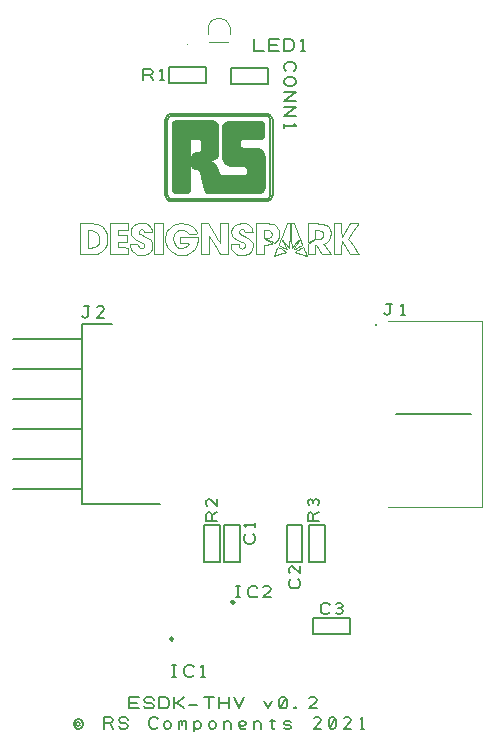
<source format=gbr>
G04 DesignSpark PCB PRO Gerber Version 10.0 Build 5299*
G04 #@! TF.Part,Single*
G04 #@! TF.FileFunction,Legend,Top*
G04 #@! TF.FilePolarity,Positive*
%FSLAX35Y35*%
%MOIN*%
%ADD71C,0.00300*%
%ADD19C,0.00394*%
%ADD16C,0.00500*%
%ADD17C,0.00787*%
%ADD20C,0.00800*%
%ADD70C,0.00984*%
G04 #@! TD.AperFunction*
X0Y0D02*
D02*
D16*
X24803Y34471D02*
Y34783D01*
X25116Y35721D01*
X25428Y36033D01*
X26053Y36346D01*
X26678D01*
X27303Y36033D01*
X27616Y35721D01*
X27928Y34783D01*
Y34471D01*
X27616Y33846D01*
X27303Y33533D01*
X26678Y33221D01*
X26053D01*
X25428Y33533D01*
X25116Y33846D01*
X24803Y34471D01*
X26991D02*
X26366Y34159D01*
X25741Y34471D01*
Y35096D01*
X26366Y35409D01*
X26991Y35096D01*
X34803Y33221D02*
Y36971D01*
X36991D01*
X37616Y36659D01*
X37928Y36033D01*
X37616Y35409D01*
X36991Y35096D01*
X34803D01*
X36991D02*
X37928Y33221D01*
X39803Y34159D02*
X40116Y33533D01*
X40741Y33221D01*
X41991D01*
X42616Y33533D01*
X42928Y34159D01*
X42616Y34783D01*
X41991Y35096D01*
X40741D01*
X40116Y35409D01*
X39803Y36033D01*
X40116Y36659D01*
X40741Y36971D01*
X41991D01*
X42616Y36659D01*
X42928Y36033D01*
X52928Y33846D02*
X52616Y33533D01*
X51991Y33221D01*
X51053D01*
X50428Y33533D01*
X50116Y33846D01*
X49803Y34471D01*
Y35721D01*
X50116Y36346D01*
X50428Y36659D01*
X51053Y36971D01*
X51991D01*
X52616Y36659D01*
X52928Y36346D01*
X54803Y34159D02*
X55116Y33533D01*
X55741Y33221D01*
X56366D01*
X56991Y33533D01*
X57303Y34159D01*
Y34783D01*
X56991Y35409D01*
X56366Y35721D01*
X55741D01*
X55116Y35409D01*
X54803Y34783D01*
Y34159D01*
X59803Y33221D02*
Y35721D01*
Y35409D02*
X60116Y35721D01*
X60741D01*
X61053Y35409D01*
Y34471D01*
Y35409D02*
X61366Y35721D01*
X61991D01*
X62303Y35409D01*
Y33221D01*
X64803Y35721D02*
Y32283D01*
Y34159D02*
X65116Y33533D01*
X65741Y33221D01*
X66366D01*
X66991Y33533D01*
X67303Y34159D01*
Y34783D01*
X66991Y35409D01*
X66366Y35721D01*
X65741D01*
X65116Y35409D01*
X64803Y34783D01*
Y34159D01*
X69803D02*
X70116Y33533D01*
X70741Y33221D01*
X71366D01*
X71991Y33533D01*
X72303Y34159D01*
Y34783D01*
X71991Y35409D01*
X71366Y35721D01*
X70741D01*
X70116Y35409D01*
X69803Y34783D01*
Y34159D01*
X74803Y33221D02*
Y35721D01*
Y34783D02*
X75116Y35409D01*
X75741Y35721D01*
X76366D01*
X76991Y35409D01*
X77303Y34783D01*
Y33221D01*
X82303Y33533D02*
X81991Y33221D01*
X81366D01*
X80741D01*
X80116Y33533D01*
X79803Y34159D01*
Y35096D01*
X80116Y35409D01*
X80741Y35721D01*
X81366D01*
X81991Y35409D01*
X82303Y35096D01*
Y34783D01*
X81991Y34471D01*
X81366Y34159D01*
X80741D01*
X80116Y34471D01*
X79803Y34783D01*
X84803Y33221D02*
Y35721D01*
Y34783D02*
X85116Y35409D01*
X85741Y35721D01*
X86366D01*
X86991Y35409D01*
X87303Y34783D01*
Y33221D01*
X90324Y35721D02*
X91782D01*
X91053Y36346D02*
Y33533D01*
X91366Y33221D01*
X91678D01*
X91991Y33533D01*
X94803D02*
X95428Y33221D01*
X96678D01*
X97303Y33533D01*
Y34159D01*
X96678Y34471D01*
X95428D01*
X94803Y34783D01*
Y35409D01*
X95428Y35721D01*
X96678D01*
X97303Y35409D01*
X107303Y33221D02*
X104803D01*
X106991Y35409D01*
X107303Y36033D01*
X106991Y36659D01*
X106366Y36971D01*
X105428D01*
X104803Y36659D01*
X110116Y33533D02*
X110741Y33221D01*
X111366D01*
X111991Y33533D01*
X112303Y34159D01*
Y36033D01*
X111991Y36659D01*
X111366Y36971D01*
X110741D01*
X110116Y36659D01*
X109803Y36033D01*
Y34159D01*
X110116Y33533D01*
X111991Y36659D01*
X117303Y33221D02*
X114803D01*
X116991Y35409D01*
X117303Y36033D01*
X116991Y36659D01*
X116366Y36971D01*
X115428D01*
X114803Y36659D01*
X120428Y33221D02*
X121678D01*
X121053D02*
Y36971D01*
X120428Y36346D01*
X27559Y170854D02*
X27872Y170541D01*
X28496Y170229D01*
X29122Y170541D01*
X29434Y170854D01*
Y173979D01*
X30059D01*
X29434D02*
X28184D01*
X35059Y170229D02*
X32559D01*
X34746Y172417D01*
X35059Y173041D01*
X34746Y173667D01*
X34122Y173979D01*
X33184D01*
X32559Y173667D01*
X43307Y39914D02*
Y43664D01*
X46432D01*
X45807Y41789D02*
X43307D01*
Y39914D02*
X46432D01*
X48307Y40852D02*
X48620Y40226D01*
X49244Y39914D01*
X50494D01*
X51120Y40226D01*
X51432Y40852D01*
X51120Y41476D01*
X50494Y41789D01*
X49244D01*
X48620Y42102D01*
X48307Y42726D01*
X48620Y43352D01*
X49244Y43664D01*
X50494D01*
X51120Y43352D01*
X51432Y42726D01*
X53307Y39914D02*
Y43664D01*
X55182D01*
X55807Y43352D01*
X56120Y43039D01*
X56432Y42414D01*
Y41164D01*
X56120Y40539D01*
X55807Y40226D01*
X55182Y39914D01*
X53307D01*
X58307D02*
Y43664D01*
Y41789D02*
X59244D01*
X61432Y43664D01*
X59244Y41789D02*
X61432Y39914D01*
X63307Y41164D02*
X65807D01*
X69870Y39914D02*
Y43664D01*
X68307D02*
X71432D01*
X73307Y39914D02*
Y43664D01*
Y41789D02*
X76432D01*
Y39914D02*
Y43664D01*
X78307D02*
X79870Y39914D01*
X81432Y43664D01*
X88307Y42414D02*
X89557Y39914D01*
X90807Y42414D01*
X93620Y40226D02*
X94244Y39914D01*
X94870D01*
X95494Y40226D01*
X95807Y40852D01*
Y42726D01*
X95494Y43352D01*
X94870Y43664D01*
X94244D01*
X93620Y43352D01*
X93307Y42726D01*
Y40852D01*
X93620Y40226D01*
X95494Y43352D01*
X98620Y39914D02*
X98932Y40226D01*
X98620Y40539D01*
X98307Y40226D01*
X98620Y39914D01*
X105807D02*
X103307D01*
X105494Y42102D01*
X105807Y42726D01*
X105494Y43352D01*
X104870Y43664D01*
X103932D01*
X103307Y43352D01*
X48031Y249363D02*
Y253113D01*
X50219D01*
X50844Y252800D01*
X51157Y252175D01*
X50844Y251550D01*
X50219Y251238D01*
X48031D01*
X50219D02*
X51157Y249363D01*
X53657D02*
X54907D01*
X54281D02*
Y253113D01*
X53657Y252488D01*
X56448Y248531D02*
Y253831D01*
X68748D01*
Y248531D01*
X56448D01*
X57630Y50544D02*
X58880D01*
X58256D02*
Y54294D01*
X57630D02*
X58880D01*
X64818Y51169D02*
X64506Y50856D01*
X63880Y50544D01*
X62943D01*
X62318Y50856D01*
X62006Y51169D01*
X61693Y51794D01*
Y53044D01*
X62006Y53669D01*
X62318Y53981D01*
X62943Y54294D01*
X63880D01*
X64506Y53981D01*
X64818Y53669D01*
X67318Y50544D02*
X68568D01*
X67943D02*
Y54294D01*
X67318Y53669D01*
X57893Y212719D02*
Y234408D01*
X57968Y234951D01*
X58197Y235344D01*
X58588Y235582D01*
X59148Y235663D01*
X70836D01*
X71781Y235480D01*
X72483Y234991D01*
X72921Y234289D01*
X73072Y233467D01*
Y224877D01*
X72920Y224060D01*
X72503Y223401D01*
X71880Y222941D01*
X71111Y222720D01*
X70444Y222573D01*
X70294Y222411D01*
X70248Y222131D01*
X70290Y221913D01*
X70439Y221769D01*
X71189Y221582D01*
X71583Y221485D01*
X71924Y221274D01*
X72366Y220641D01*
X73228Y218327D01*
X73567Y217714D01*
X73929Y217506D01*
X74523Y217425D01*
X81582D01*
X82155Y217504D01*
X82573Y217729D01*
X82829Y218087D01*
X82916Y218563D01*
Y219425D01*
X82852Y219869D01*
X82641Y220234D01*
X82254Y220490D01*
X81661Y220602D01*
X77386Y220798D01*
X76283Y221083D01*
X75386Y221666D01*
X74783Y222491D01*
X74562Y223504D01*
Y233074D01*
X74724Y234126D01*
X75185Y234873D01*
X75902Y235319D01*
X76837Y235467D01*
X86877D01*
X87476Y235387D01*
X87877Y235153D01*
X88102Y234772D01*
X88172Y234251D01*
Y231035D01*
X88095Y230469D01*
X87853Y230064D01*
X87427Y229821D01*
X86799Y229740D01*
X81347D01*
X80816Y229652D01*
X80450Y229417D01*
X80239Y229078D01*
X80170Y228681D01*
Y227583D01*
X80265Y227181D01*
X80543Y226867D01*
X80998Y226657D01*
X81622Y226563D01*
X86132Y226289D01*
X87091Y226021D01*
X87863Y225411D01*
X88377Y224574D01*
X88564Y223622D01*
Y213778D01*
X88508Y213272D01*
X88351Y212841D01*
X87804Y212194D01*
X87058Y211820D01*
X86250Y211699D01*
X70091D01*
X69531Y211738D01*
X69086Y211895D01*
X68751Y212228D01*
X68522Y212797D01*
X67110Y218563D01*
X66954Y219032D01*
X66713Y219376D01*
X66288Y219588D01*
X65581Y219661D01*
X65093Y219728D01*
X64708Y219935D01*
X64456Y220289D01*
X64365Y220798D01*
Y223818D01*
X64440Y224327D01*
X64674Y224681D01*
X65076Y224888D01*
X65659Y224956D01*
X66443D01*
X66923Y225064D01*
X67252Y225352D01*
X67442Y225766D01*
X67502Y226250D01*
Y228720D01*
X67417Y229190D01*
X67174Y229534D01*
X66791Y229746D01*
X66287Y229819D01*
X63620D01*
Y212836D01*
X63501Y212294D01*
X63198Y211944D01*
X62792Y211756D01*
X62365Y211699D01*
X59109D01*
X58572Y211770D01*
X58193Y211974D01*
X57967Y212294D01*
X57893Y212719D01*
G36*
X57893Y212719D02*
Y234408D01*
X57968Y234951D01*
X58197Y235344D01*
X58588Y235582D01*
X59148Y235663D01*
X70836D01*
X71781Y235480D01*
X72483Y234991D01*
X72921Y234289D01*
X73072Y233467D01*
Y224877D01*
X72920Y224060D01*
X72503Y223401D01*
X71880Y222941D01*
X71111Y222720D01*
X70444Y222573D01*
X70294Y222411D01*
X70248Y222131D01*
X70290Y221913D01*
X70439Y221769D01*
X71189Y221582D01*
X71583Y221485D01*
X71924Y221274D01*
X72366Y220641D01*
X73228Y218327D01*
X73567Y217714D01*
X73929Y217506D01*
X74523Y217425D01*
X81582D01*
X82155Y217504D01*
X82573Y217729D01*
X82829Y218087D01*
X82916Y218563D01*
Y219425D01*
X82852Y219869D01*
X82641Y220234D01*
X82254Y220490D01*
X81661Y220602D01*
X77386Y220798D01*
X76283Y221083D01*
X75386Y221666D01*
X74783Y222491D01*
X74562Y223504D01*
Y233074D01*
X74724Y234126D01*
X75185Y234873D01*
X75902Y235319D01*
X76837Y235467D01*
X86877D01*
X87476Y235387D01*
X87877Y235153D01*
X88102Y234772D01*
X88172Y234251D01*
Y231035D01*
X88095Y230469D01*
X87853Y230064D01*
X87427Y229821D01*
X86799Y229740D01*
X81347D01*
X80816Y229652D01*
X80450Y229417D01*
X80239Y229078D01*
X80170Y228681D01*
Y227583D01*
X80265Y227181D01*
X80543Y226867D01*
X80998Y226657D01*
X81622Y226563D01*
X86132Y226289D01*
X87091Y226021D01*
X87863Y225411D01*
X88377Y224574D01*
X88564Y223622D01*
Y213778D01*
X88508Y213272D01*
X88351Y212841D01*
X87804Y212194D01*
X87058Y211820D01*
X86250Y211699D01*
X70091D01*
X69531Y211738D01*
X69086Y211895D01*
X68751Y212228D01*
X68522Y212797D01*
X67110Y218563D01*
X66954Y219032D01*
X66713Y219376D01*
X66288Y219588D01*
X65581Y219661D01*
X65093Y219728D01*
X64708Y219935D01*
X64456Y220289D01*
X64365Y220798D01*
Y223818D01*
X64440Y224327D01*
X64674Y224681D01*
X65076Y224888D01*
X65659Y224956D01*
X66443D01*
X66923Y225064D01*
X67252Y225352D01*
X67442Y225766D01*
X67502Y226250D01*
Y228720D01*
X67417Y229190D01*
X67174Y229534D01*
X66791Y229746D01*
X66287Y229819D01*
X63620D01*
Y212836D01*
X63501Y212294D01*
X63198Y211944D01*
X62792Y211756D01*
X62365Y211699D01*
X59109D01*
X58572Y211770D01*
X58193Y211974D01*
X57967Y212294D01*
X57893Y212719D01*
G37*
X73516Y88732D02*
X68216D01*
Y101032D01*
X73516D01*
Y88732D01*
X72685Y102362D02*
X68935D01*
Y104550D01*
X69247Y105175D01*
X69872Y105487D01*
X70497Y105175D01*
X70809Y104550D01*
Y102362D01*
Y104550D02*
X72685Y105487D01*
Y109862D02*
Y107362D01*
X70497Y109550D01*
X69872Y109862D01*
X69247Y109550D01*
X68935Y108925D01*
Y107987D01*
X69247Y107362D01*
X78890Y76922D02*
X80140D01*
X79515D02*
Y80672D01*
X78890D02*
X80140D01*
X86078Y77547D02*
X85765Y77234D01*
X85140Y76922D01*
X84203D01*
X83578Y77234D01*
X83265Y77547D01*
X82953Y78172D01*
Y79422D01*
X83265Y80047D01*
X83578Y80359D01*
X84203Y80672D01*
X85140D01*
X85765Y80359D01*
X86078Y80047D01*
X90453Y76922D02*
X87953D01*
X90140Y79109D01*
X90453Y79734D01*
X90140Y80359D01*
X89515Y80672D01*
X88578D01*
X87953Y80359D01*
X80209Y88732D02*
X74909D01*
Y101032D01*
X80209D01*
Y88732D01*
X85039Y262955D02*
Y259205D01*
X88165D01*
X90039D02*
Y262955D01*
X93165D01*
X92539Y261080D02*
X90039D01*
Y259205D02*
X93165D01*
X95039D02*
Y262955D01*
X96915D01*
X97539Y262643D01*
X97852Y262330D01*
X98165Y261705D01*
Y260455D01*
X97852Y259830D01*
X97539Y259518D01*
X96915Y259205D01*
X95039D01*
X100665D02*
X101915D01*
X101289D02*
Y262955D01*
X100665Y262330D01*
X84658Y98007D02*
X84970Y97694D01*
X85283Y97069D01*
Y96132D01*
X84970Y95507D01*
X84658Y95194D01*
X84033Y94882D01*
X82783D01*
X82158Y95194D01*
X81845Y95507D01*
X81533Y96132D01*
Y97069D01*
X81845Y97694D01*
X82158Y98007D01*
X85283Y100507D02*
Y101757D01*
Y101132D02*
X81533D01*
X82158Y100507D01*
X89615Y253437D02*
Y248137D01*
X77315D01*
Y253437D01*
X89615D01*
X95677Y252312D02*
X95365Y252625D01*
X95052Y253250D01*
Y254187D01*
X95365Y254812D01*
X95677Y255125D01*
X96302Y255437D01*
X97552D01*
X98177Y255125D01*
X98490Y254812D01*
X98802Y254187D01*
Y253250D01*
X98490Y252625D01*
X98177Y252312D01*
X96302Y250437D02*
X97552D01*
X98177Y250125D01*
X98490Y249812D01*
X98802Y249187D01*
Y248562D01*
X98490Y247937D01*
X98177Y247625D01*
X97552Y247312D01*
X96302D01*
X95677Y247625D01*
X95365Y247937D01*
X95052Y248562D01*
Y249187D01*
X95365Y249812D01*
X95677Y250125D01*
X96302Y250437D01*
X95052Y245437D02*
X98802D01*
X95052Y242312D01*
X98802D01*
X95052Y240437D02*
X98802D01*
X95052Y237312D01*
X98802D01*
X95052Y234812D02*
Y233562D01*
Y234187D02*
X98802D01*
X98177Y234812D01*
X101075Y88732D02*
X95775D01*
Y101032D01*
X101075D01*
Y88732D01*
X99619Y83046D02*
X99931Y82734D01*
X100244Y82109D01*
Y81171D01*
X99931Y80546D01*
X99619Y80234D01*
X98994Y79921D01*
X97744D01*
X97119Y80234D01*
X96806Y80546D01*
X96494Y81171D01*
Y82109D01*
X96806Y82734D01*
X97119Y83046D01*
X100244Y87421D02*
Y84921D01*
X98056Y87109D01*
X97431Y87421D01*
X96806Y87109D01*
X96494Y86484D01*
Y85546D01*
X96806Y84921D01*
X103256Y101032D02*
X108556D01*
Y88732D01*
X103256D01*
Y101032D01*
X104480Y64673D02*
Y69973D01*
X116780D01*
Y64673D01*
X104480D01*
X110212Y72035D02*
X109899Y71722D01*
X109274Y71410D01*
X108337D01*
X107712Y71722D01*
X107399Y72035D01*
X107087Y72660D01*
Y73910D01*
X107399Y74535D01*
X107712Y74848D01*
X108337Y75160D01*
X109274D01*
X109899Y74848D01*
X110212Y74535D01*
X112399Y71722D02*
X113024Y71410D01*
X113649D01*
X114274Y71722D01*
X114587Y72348D01*
X114274Y72972D01*
X113649Y73285D01*
X113024D01*
X113649D02*
X114274Y73598D01*
X114587Y74222D01*
X114274Y74848D01*
X113649Y75160D01*
X113024D01*
X112399Y74848D01*
X106543Y102362D02*
X102793D01*
Y104550D01*
X103105Y105175D01*
X103730Y105487D01*
X104355Y105175D01*
X104668Y104550D01*
Y102362D01*
Y104550D02*
X106543Y105487D01*
X106230Y107675D02*
X106543Y108300D01*
Y108925D01*
X106230Y109550D01*
X105605Y109862D01*
X104980Y109550D01*
X104668Y108925D01*
Y108300D01*
Y108925D02*
X104355Y109550D01*
X103730Y109862D01*
X103105Y109550D01*
X102793Y108925D01*
Y108300D01*
X103105Y107675D01*
X128346Y171641D02*
X128659Y171329D01*
X129284Y171016D01*
X129909Y171329D01*
X130222Y171641D01*
Y174766D01*
X130846D01*
X130222D02*
X128972D01*
X133972Y171016D02*
X135222D01*
X134596D02*
Y174766D01*
X133972Y174141D01*
X132283Y138189D02*
X157087D01*
D02*
D17*
X27559Y113189D02*
X4567D01*
X27559Y123189D02*
X4567D01*
X27559Y133189D02*
X4567D01*
X27559Y143189D02*
X4567D01*
X27559Y153189D02*
X4567D01*
X27559Y163189D02*
X4567D01*
X53543Y108189D02*
X27559D01*
Y168189D01*
X37559D01*
X125591Y167913D02*
G75*
G02*
Y167520I0J-197D01*
G01*
Y167913D02*
G75*
G02*
Y167520I0J-197D01*
G01*
G75*
G02*
Y167913I0J197D01*
G01*
D02*
D19*
X62791Y261220D02*
G75*
G02*
X62610I-91J0D01*
G01*
X62791D02*
G75*
G02*
X62610I-91J0D01*
G01*
G75*
G02*
X62791I91J0D01*
G01*
X69488Y264665D02*
X69685Y267126D01*
X70079Y262205D02*
X76378D01*
X76772Y267126D02*
X76969Y264665D01*
X76772Y267128D02*
G75*
G03*
X69685Y267127I-3543J-644D01*
G01*
X129429Y169193D02*
X160965D01*
Y107185D01*
X129429D01*
D02*
D70*
X57480Y63484D02*
G75*
G02*
Y62500I0J-492D01*
G01*
Y63484D02*
G75*
G02*
Y62500I0J-492D01*
G01*
G75*
G02*
Y63484I0J492D01*
G01*
X78346Y75295D02*
G75*
G02*
X77362I-492J0D01*
G01*
X78346D02*
G75*
G02*
X77362I-492J0D01*
G01*
G75*
G02*
X78346I492J0D01*
G01*
D02*
D71*
X26990Y191250D02*
Y201676D01*
X29643Y201633D01*
X30000Y201628D01*
X31071Y201604D01*
X31956Y201561D01*
X32502Y201486D01*
X32813Y201400D01*
X32914Y201362D01*
X33267Y201232D01*
X34248Y200623D01*
X35216Y199537D01*
X35806Y198125D01*
X36006Y196837D01*
Y195986D01*
X35824Y194723D01*
X35276Y193367D01*
X34348Y192325D01*
X33379Y191718D01*
X33031Y191580D01*
X32930Y191540D01*
X32617Y191442D01*
X32087Y191362D01*
X31194Y191319D01*
X30071Y191295D01*
X29698Y191290D01*
X26990Y191250D01*
X31638Y193685D02*
X31820Y193735D01*
X32337Y193997D01*
X32844Y194504D01*
X33166Y195216D01*
X33298Y195911D01*
X33311Y196144D01*
X33330Y196498D01*
X33195Y197568D01*
X32667Y198570D01*
X31711Y199165D01*
X30669Y199360D01*
X29724D01*
Y193564D01*
X30463Y193565D01*
X30626D01*
X31113Y193601D01*
X31577Y193669D01*
X31638Y193685D01*
X37052Y191268D02*
Y201657D01*
X42847D01*
Y199366D01*
X41235Y199335D01*
X39622Y199305D01*
X39590Y198513D01*
X39557Y197719D01*
X42739D01*
Y195313D01*
X39558D01*
X39590Y194466D01*
X39622Y193619D01*
X41235Y193588D01*
X42847Y193557D01*
Y191268D01*
X37052D01*
X46100Y191161D02*
X45837Y191227D01*
X45094Y191596D01*
X44308Y192298D01*
X43796Y193204D01*
X43613Y193981D01*
Y194657D01*
X45102D01*
X45655Y194653D01*
X46052Y194624D01*
X46227Y194551D01*
X46282Y194448D01*
X46293Y194412D01*
X46337Y194257D01*
X46560Y193724D01*
X46846Y193425D01*
X46922Y193385D01*
X46996Y193347D01*
X47251Y193284D01*
X47566Y193306D01*
X47850Y193429D01*
X48085Y193633D01*
X48250Y193897D01*
X48330Y194199D01*
X48306Y194518D01*
X48207Y194763D01*
X48159Y194833D01*
X48137Y194863D01*
X47996Y194965D01*
X47668Y195157D01*
X47224Y195386D01*
X46840Y195567D01*
X46710Y195623D01*
X46354Y195779D01*
X45319Y196322D01*
X44424Y197018D01*
X43945Y197794D01*
X43804Y198502D01*
Y198957D01*
X43917Y199616D01*
X44263Y200357D01*
X44850Y200974D01*
X45469Y201379D01*
X45691Y201483D01*
X45792Y201531D01*
X46103Y201665D01*
X46455Y201766D01*
X46863Y201811D01*
X47297Y201819D01*
X47580D01*
X47998Y201809D01*
X48401Y201768D01*
X48733Y201683D01*
X48997Y201578D01*
X49082Y201537D01*
X49267Y201451D01*
X49788Y201110D01*
X50329Y200568D01*
X50698Y199915D01*
X50869Y199350D01*
X50895Y199157D01*
X50969Y198594D01*
X48333D01*
X48207Y198978D01*
X48169Y199089D01*
X47895Y199445D01*
X47450Y199579D01*
X47187D01*
X46840Y199430D01*
X46534Y199071D01*
X46448Y198630D01*
X46571Y198307D01*
X46648Y198237D01*
X46674Y198214D01*
X46833Y198118D01*
X47195Y197918D01*
X47683Y197666D01*
X48103Y197459D01*
X48244Y197390D01*
X48592Y197223D01*
X49609Y196654D01*
X50450Y195955D01*
X50876Y195168D01*
X50992Y194416D01*
Y194165D01*
X50991Y193928D01*
X50882Y193217D01*
X50552Y192439D01*
X49992Y191819D01*
X49406Y191436D01*
X49196Y191342D01*
X49055Y191280D01*
X48572Y191183D01*
X47699Y191090D01*
X46801Y191078D01*
X46268Y191118D01*
X46100Y191161D01*
X51706Y191268D02*
Y201657D01*
X54441D01*
Y191268D01*
X51706D01*
X59263Y191222D02*
X58990Y191295D01*
X58203Y191636D01*
X57260Y192266D01*
X56462Y193091D01*
X55965Y193822D01*
X55836Y194083D01*
X55769Y194219D01*
X55578Y194629D01*
X55434Y195046D01*
X55365Y195502D01*
X55337Y195997D01*
X55332Y196161D01*
X55322Y196400D01*
X55343Y197118D01*
X55461Y197931D01*
X55702Y198652D01*
X55970Y199173D01*
X56076Y199335D01*
X56414Y199856D01*
X57931Y201095D01*
X60296Y201829D01*
X62773Y201503D01*
X64522Y200542D01*
X64965Y200085D01*
X65057Y199990D01*
X65300Y199667D01*
X65648Y199124D01*
X65921Y198608D01*
X66032Y198355D01*
Y198249D01*
X65647Y198187D01*
X64833Y198157D01*
X63091D01*
X62803Y198534D01*
X62680Y198694D01*
X62178Y199071D01*
X61357Y199391D01*
X60467Y199465D01*
X59825Y199352D01*
X59635Y199265D01*
X59504Y199206D01*
X59144Y198956D01*
X58697Y198515D01*
X58333Y197992D01*
X58138Y197580D01*
X58096Y197435D01*
X58030Y197209D01*
X57967Y196487D01*
X58095Y195532D01*
X58452Y194670D01*
X58848Y194137D01*
X59013Y194000D01*
X59213Y193834D01*
X59951Y193501D01*
X60994Y193387D01*
X62005Y193647D01*
X62676Y194080D01*
X62844Y194272D01*
X62927Y194367D01*
X63154Y194671D01*
X63124Y194885D01*
X62656Y194970D01*
X61906Y194985D01*
X60128D01*
Y197172D01*
X66360D01*
Y196071D01*
X66067Y194719D01*
X65245Y193157D01*
X63982Y191951D01*
X62788Y191326D01*
X62365Y191216D01*
X62191Y191171D01*
X61654Y191100D01*
X60809Y191063D01*
X59966Y191103D01*
X59434Y191176D01*
X59263Y191222D01*
X67345Y191268D02*
Y201663D01*
X68514Y201632D01*
X69683Y201602D01*
X71626Y198443D01*
X71816Y198136D01*
X72385Y197213D01*
X73019Y196194D01*
X73459Y195494D01*
X73630Y195228D01*
X73641Y195218D01*
X73662Y195449D01*
X73667Y196126D01*
X73657Y197146D01*
X73639Y198089D01*
X73632Y198403D01*
X73552Y201657D01*
X76094D01*
Y191260D01*
X73742Y191322D01*
X71828Y194378D01*
X69914Y197434D01*
X69857Y191268D01*
X67345D01*
X79856Y191154D02*
X79574Y191215D01*
X78765Y191569D01*
X77922Y192261D01*
X77380Y193172D01*
X77187Y193973D01*
Y194657D01*
X79785D01*
X79853Y194230D01*
X79868Y194135D01*
X79987Y193857D01*
X80235Y193540D01*
X80557Y193319D01*
X80819Y193236D01*
X80985D01*
X81224Y193318D01*
X81505Y193480D01*
X81554Y193519D01*
X81620Y193576D01*
X81822Y193832D01*
X81890Y194134D01*
Y194332D01*
X81828Y194622D01*
X81593Y194940D01*
X81109Y195256D01*
X80507Y195545D01*
X80304Y195633D01*
X79984Y195772D01*
X79054Y196246D01*
X78205Y196837D01*
X77680Y197481D01*
X77442Y198050D01*
X77400Y198246D01*
X77363Y198422D01*
X77343Y198969D01*
X77485Y199657D01*
X77820Y200298D01*
X78198Y200748D01*
X78343Y200875D01*
X78602Y201103D01*
X79566Y201572D01*
X80982Y201809D01*
X82371Y201582D01*
X83282Y201120D01*
X83516Y200892D01*
X83658Y200754D01*
X84130Y200104D01*
X84356Y199366D01*
X84375Y199183D01*
X84436Y198594D01*
X81939D01*
X81723Y199059D01*
X81682Y199145D01*
X81478Y199442D01*
X81228Y199600D01*
X81165Y199617D01*
X81047Y199650D01*
X80657Y199615D01*
X80231Y199377D01*
X79976Y198984D01*
X79944Y198624D01*
X79980Y198519D01*
X79997Y198469D01*
X80098Y198331D01*
X80373Y198115D01*
X80883Y197819D01*
X81501Y197496D01*
X81708Y197391D01*
X82081Y197204D01*
X83167Y196567D01*
X84039Y195809D01*
X84439Y194966D01*
X84506Y194159D01*
X84488Y193892D01*
X84481Y193787D01*
X84388Y193253D01*
X84241Y192795D01*
X84207Y192728D01*
X84148Y192613D01*
X83916Y192296D01*
X83515Y191893D01*
X83050Y191555D01*
X82687Y191364D01*
X82560Y191319D01*
X82420Y191270D01*
X81974Y191185D01*
X81221Y191107D01*
X80462Y191094D01*
X80004Y191124D01*
X79856Y191154D01*
X85609Y191268D02*
Y201681D01*
X88152Y201632D01*
X88495Y201626D01*
X89528Y201599D01*
X90377Y201552D01*
X90901Y201473D01*
X91207Y201383D01*
X91306Y201344D01*
X91494Y201272D01*
X92311Y200704D01*
X92939Y199886D01*
X93033Y199688D01*
X93073Y199603D01*
X93179Y199343D01*
X93266Y199018D01*
X93306Y198631D01*
X93316Y198234D01*
Y198102D01*
X93315Y197971D01*
X93303Y197577D01*
X93261Y197187D01*
X93174Y196857D01*
X93069Y196594D01*
X93030Y196509D01*
X92973Y196389D01*
X92759Y196047D01*
X92406Y195588D01*
X92061Y195236D01*
X91876Y195095D01*
X91771D01*
X91643Y195163D01*
X91254Y195344D01*
X90704Y195614D01*
X90215Y195860D01*
X90054Y195942D01*
X88397Y196790D01*
X89312Y196849D01*
X89440Y196857D01*
X89825Y196892D01*
X90139Y196952D01*
X90346Y197066D01*
X90497Y197210D01*
X90543Y197261D01*
X90603Y197330D01*
X90791Y197639D01*
X90857Y197977D01*
Y198235D01*
X90745Y198671D01*
X90394Y199064D01*
X89776Y199288D01*
X89090Y199360D01*
X88861D01*
X88124Y199361D01*
Y196787D01*
X89703Y195804D01*
X89854Y195711D01*
X90309Y195425D01*
X90739Y195139D01*
X90991Y194932D01*
X91061Y194789D01*
X90945Y194697D01*
X90642Y194639D01*
X90148Y194604D01*
X89633Y194581D01*
X89463Y194574D01*
X88124Y194522D01*
Y191268D01*
X85609D01*
X91767Y191185D02*
X91787Y191235D01*
X91994Y191742D01*
X92276Y192437D01*
X92333Y192579D01*
X92391Y192722D01*
X92654Y193341D01*
X92822Y193698D01*
X92833Y193710D01*
X92843Y193723D01*
X92972Y193677D01*
X93295Y193519D01*
X93753Y193261D01*
X94162Y193014D01*
X94298Y192928D01*
X95683Y192054D01*
X95320Y191941D01*
X95201Y191903D01*
X94844Y191792D01*
X94285Y191619D01*
X93685Y191434D01*
X93091Y191254D01*
X92547Y191089D01*
X92098Y190955D01*
X91791Y190864D01*
X91698Y190830D01*
X91668D01*
X91677Y190934D01*
X91746Y191137D01*
X91767Y191185D01*
X94548Y193625D02*
X94412Y193694D01*
X94007Y193911D01*
X93563Y194165D01*
X93264Y194361D01*
X93154Y194444D01*
Y194554D01*
X93265Y194800D01*
X93569Y195596D01*
X94019Y196738D01*
X94429Y197765D01*
X94568Y198106D01*
X95982Y201602D01*
X96440Y201636D01*
X96897Y201670D01*
X96818Y197918D01*
X96809Y197546D01*
X96781Y196429D01*
X96741Y195148D01*
X96702Y194212D01*
X96678Y193813D01*
X96669Y193756D01*
X96599Y193347D01*
X95507Y194722D01*
X95400Y194857D01*
X95075Y195261D01*
X94706Y195713D01*
X94437Y196029D01*
X94326Y196154D01*
X94311Y196162D01*
X94359Y195986D01*
X94565Y195574D01*
X94623Y195469D01*
X94774Y195197D01*
X95224Y194374D01*
X95656Y193571D01*
X95911Y193079D01*
X95981Y192913D01*
X95976Y192915D01*
X95856Y192972D01*
X95544Y193125D01*
X95092Y193351D01*
X94684Y193556D01*
X94548Y193625D01*
X98637Y193865D02*
X98701Y193981D01*
X99084Y194672D01*
X99452Y195326D01*
X99507Y195423D01*
X99563Y195521D01*
X99780Y195939D01*
X99874Y196174D01*
X99862Y196186D01*
X99793D01*
X99788Y196180D01*
X99783Y196174D01*
X99682Y196048D01*
X99423Y195723D01*
X99049Y195254D01*
X98712Y194830D01*
X98599Y194690D01*
X97447Y193246D01*
X97377Y196440D01*
X97369Y196770D01*
X97344Y197760D01*
X97306Y198993D01*
X97271Y200000D01*
X97248Y200506D01*
X97240Y200644D01*
X97174Y201657D01*
X98137D01*
X99597Y198044D01*
X99738Y197694D01*
X100159Y196639D01*
X100615Y195481D01*
X100916Y194693D01*
X101020Y194398D01*
X101015Y194393D01*
X100996Y194376D01*
X100876Y194314D01*
X100557Y194148D01*
X100118Y193927D01*
X99620Y193679D01*
X99122Y193435D01*
X98685Y193222D01*
X98368Y193074D01*
X98266Y193017D01*
X98233D01*
X98325Y193267D01*
X98572Y193748D01*
X98637Y193865D01*
X100449Y191428D02*
X100270Y191485D01*
X99731Y191656D01*
X99139Y191850D01*
X98730Y191989D01*
X98574Y192045D01*
X98569Y192050D01*
X98658Y192135D01*
X98938Y192332D01*
X99364Y192615D01*
X99759Y192867D01*
X99892Y192950D01*
X100024Y193033D01*
X100424Y193280D01*
X100868Y193544D01*
X101173Y193715D01*
X101291Y193773D01*
X101296Y193767D01*
X101313Y193748D01*
X101365Y193628D01*
X101504Y193306D01*
X101690Y192860D01*
X101898Y192354D01*
X102102Y191846D01*
X102278Y191398D01*
X102403Y191071D01*
X102449Y190961D01*
Y190907D01*
X102425Y190857D01*
X102219Y190885D01*
X101627Y191058D01*
X100743Y191336D01*
X100449Y191428D01*
X102778Y191268D02*
Y194750D01*
X104128Y195579D01*
X104319Y195698D01*
X104900Y196045D01*
X105384Y196293D01*
X105746Y196390D01*
X106053Y196407D01*
X106302D01*
X106743Y196454D01*
X107156Y196544D01*
X107208Y196565D01*
X107335Y196618D01*
X107667Y196907D01*
X107946Y197419D01*
X108019Y198016D01*
X107924Y198476D01*
X107856Y198608D01*
X107794Y198726D01*
X107193Y199159D01*
X106259Y199357D01*
X106031D01*
X105294Y199360D01*
Y196518D01*
X104092Y195915D01*
X103975Y195857D01*
X103621Y195683D01*
X103227Y195491D01*
X102951Y195361D01*
X102864Y195313D01*
X102828D01*
X102813Y195565D01*
X102794Y196249D01*
X102783Y197261D01*
X102778Y198188D01*
Y201680D01*
X105266Y201630D01*
X105686Y201623D01*
X106950Y201574D01*
X108028Y201456D01*
X108729Y201234D01*
X109156Y200968D01*
X109284Y200863D01*
X109544Y200649D01*
X110129Y199770D01*
X110498Y198411D01*
X110369Y197006D01*
X109944Y196032D01*
X109726Y195772D01*
X109655Y195690D01*
X109401Y195480D01*
X108962Y195189D01*
X108522Y194966D01*
X108276Y194876D01*
X108152D01*
X108028Y194791D01*
Y194719D01*
X108130Y194589D01*
X108413Y194202D01*
X108830Y193660D01*
X109211Y193177D01*
X109340Y193017D01*
X109467Y192859D01*
X109850Y192380D01*
X110266Y191848D01*
X110548Y191478D01*
X110652Y191365D01*
Y191317D01*
X110224Y191285D01*
X109455Y191268D01*
X107746D01*
X106622Y192850D01*
X106511Y193006D01*
X106177Y193471D01*
X105797Y193988D01*
X105523Y194349D01*
X105410Y194489D01*
X105396Y194497D01*
X105321Y194094D01*
X105294Y193209D01*
Y191268D01*
X102778D01*
X111417Y191267D02*
Y201657D01*
X114038D01*
X114067Y199291D01*
X114097Y196926D01*
X115573Y199288D01*
X117050Y201652D01*
X118389Y201654D01*
X118573Y201655D01*
X119335Y201640D01*
X119730Y201611D01*
Y201546D01*
X119596Y201379D01*
X119233Y200818D01*
X118696Y200000D01*
X118204Y199259D01*
X118040Y199013D01*
X116350Y196479D01*
X116546Y196197D01*
X116572Y196159D01*
X116742Y195915D01*
X117133Y195356D01*
X117662Y194600D01*
X118119Y193946D01*
X118271Y193728D01*
X118421Y193514D01*
X118872Y192869D01*
X119375Y192143D01*
X119730Y191631D01*
X119869Y191424D01*
X119881Y191404D01*
X119885Y191396D01*
X119849Y191338D01*
X119630Y191296D01*
X119180Y191274D01*
X118633Y191268D01*
X116940D01*
X114097Y195794D01*
X114067Y193531D01*
X114038Y191267D01*
X111417D01*
D02*
D20*
X88838Y209061D02*
X89713Y209237D01*
X90427Y209719D01*
X90908Y210432D01*
X91085Y211307D01*
Y235937D01*
X90908Y236811D01*
X90427Y237526D01*
X89713Y238007D01*
X88838Y238183D01*
X57619D01*
X56744Y238007D01*
X56030Y237526D01*
X55549Y236811D01*
X55372Y235937D01*
Y211307D01*
X55549Y210432D01*
X56030Y209719D01*
X56744Y209237D01*
X57619Y209061D01*
X88838D01*
X90391Y235938D02*
X90269Y236542D01*
X89937Y237036D01*
X89443Y237369D01*
X88838Y237491D01*
X57619D01*
X57014Y237369D01*
X56520Y237036D01*
X56188Y236542D01*
X56066Y235938D01*
Y211307D01*
X56188Y210703D01*
X56520Y210209D01*
X57014Y209876D01*
X57619Y209754D01*
X88838D01*
X89443Y209876D01*
X89936Y210209D01*
X90269Y210703D01*
X90391Y211307D01*
Y235938D01*
X0Y0D02*
M02*

</source>
